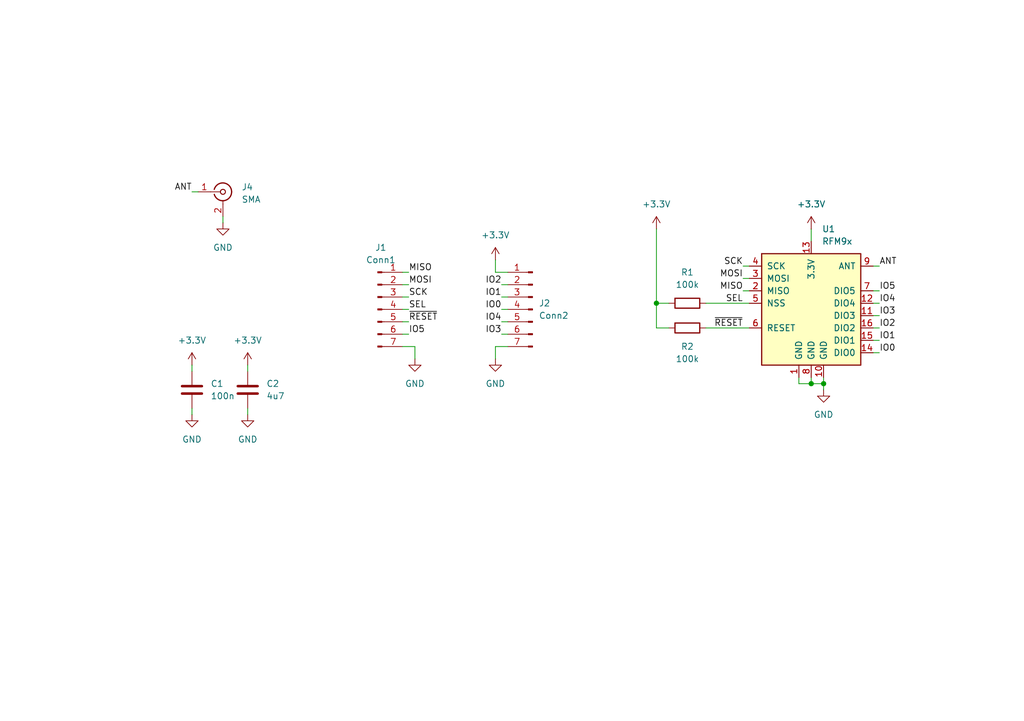
<source format=kicad_sch>
(kicad_sch (version 20231120) (generator "eeschema") (generator_version "8.0")
  (paper "A5")
  (title_block (title "RFM9x/SX127x LoRa Breakout Board") (date "2024-09-07") (rev "2") (company "Kai Bader") (comment 1 "License: CC BY 4.0"))
  (lib_symbols
    (symbol "Connector:Conn_01x07_Pin" (pin_names (offset 1.016) hide)
      (property "Reference" "J" (at 0 10.16 0))
      (property "Value" "Conn_01x07_Pin" (at 0 -10.16 0))
      (symbol "Conn_01x07_Pin_1_1"
        (polyline (pts (xy 1.27 -7.62) (xy 0.8636 -7.62)) (stroke (width 0.1524)))
        (polyline (pts (xy 1.27 -5.08) (xy 0.8636 -5.08)) (stroke (width 0.1524)))
        (polyline (pts (xy 1.27 -2.54) (xy 0.8636 -2.54)) (stroke (width 0.1524)))
        (polyline (pts (xy 1.27 0) (xy 0.8636 0)) (stroke (width 0.1524)))
        (polyline (pts (xy 1.27 2.54) (xy 0.8636 2.54)) (stroke (width 0.1524)))
        (polyline (pts (xy 1.27 5.08) (xy 0.8636 5.08)) (stroke (width 0.1524)))
        (polyline (pts (xy 1.27 7.62) (xy 0.8636 7.62)) (stroke (width 0.1524)))
        (rectangle (start 0.8636 -7.493) (end 0 -7.747) (stroke (width 0.1524)) (fill (type outline)))
        (rectangle (start 0.8636 -4.953) (end 0 -5.207) (stroke (width 0.1524)) (fill (type outline)))
        (rectangle (start 0.8636 -2.413) (end 0 -2.667) (stroke (width 0.1524)) (fill (type outline)))
        (rectangle (start 0.8636 0.127) (end 0 -0.127) (stroke (width 0.1524)) (fill (type outline)))
        (rectangle (start 0.8636 2.667) (end 0 2.413) (stroke (width 0.1524)) (fill (type outline)))
        (rectangle (start 0.8636 5.207) (end 0 4.953) (stroke (width 0.1524)) (fill (type outline)))
        (rectangle (start 0.8636 7.747) (end 0 7.493) (stroke (width 0.1524)) (fill (type outline)))
        (pin passive line (at 5.08 7.62 180) (length 3.81) (name "Pin_1") (number "1"))
        (pin passive line (at 5.08 5.08 180) (length 3.81) (name "Pin_2") (number "2"))
        (pin passive line (at 5.08 2.54 180) (length 3.81) (name "Pin_3") (number "3"))
        (pin passive line (at 5.08 0 180) (length 3.81) (name "Pin_4") (number "4"))
        (pin passive line (at 5.08 -2.54 180) (length 3.81) (name "Pin_5") (number "5"))
        (pin passive line (at 5.08 -5.08 180) (length 3.81) (name "Pin_6") (number "6"))
        (pin passive line (at 5.08 -7.62 180) (length 3.81) (name "Pin_7") (number "7"))
      )
    )
    (symbol "Connector:Conn_Coaxial" (pin_names (offset 1.016) hide)
      (property "Reference" "J" (at 0.254 3.048 0))
      (property "Value" "Conn_Coaxial" (at 2.921 0 90))
      (symbol "Conn_Coaxial_0_1"
        (arc (start -1.778 -0.508) (mid 0.2311 -1.8066) (end 1.778 0) (stroke (width 0.254)))
        (polyline (pts (xy -2.54 0) (xy -0.508 0)))
        (polyline (pts (xy 0 -2.54) (xy 0 -1.778)))
        (circle (center 0 0) (radius 0.508) (stroke (width 0.2032)))
        (arc (start 1.778 0) (mid 0.2099 1.8101) (end -1.778 0.508) (stroke (width 0.254)))
      )
      (symbol "Conn_Coaxial_1_1"
        (pin passive line (at -5.08 0 0) (length 2.54) (name "In") (number "1"))
        (pin passive line (at 0 -5.08 90) (length 2.54) (name "Ext") (number "2"))
      )
    )
    (symbol "Device:C" (pin_numbers hide) (pin_names (offset 0.254))
      (property "Reference" "C" (at 0.635 2.54 0))
      (property "Value" "C" (at 0.635 -2.54 0))
      (symbol "C_0_1"
        (polyline (pts (xy -2.032 -0.762) (xy 2.032 -0.762)) (stroke (width 0.508)))
        (polyline (pts (xy -2.032 0.762) (xy 2.032 0.762)) (stroke (width 0.508)))
      )
      (symbol "C_1_1"
        (pin passive line (at 0 3.81 270) (length 2.794) (name "~") (number "1"))
        (pin passive line (at 0 -3.81 90) (length 2.794) (name "~") (number "2"))
      )
    )
    (symbol "Device:R" (pin_numbers hide) (pin_names (offset 0))
      (property "Reference" "R" (at 2.032 0 90))
      (property "Value" "R" (at 0 0 90))
      (symbol "R_0_1"
        (rectangle (start -1.016 -2.54) (end 1.016 2.54) (stroke (width 0.254)))
      )
      (symbol "R_1_1"
        (pin passive line (at 0 3.81 270) (length 1.27) (name "~") (number "1"))
        (pin passive line (at 0 -3.81 90) (length 1.27) (name "~") (number "2"))
      )
    )
    (symbol "RF_Module:RFM95W-868S2" (pin_names (offset 1.016))
      (property "Reference" "U" (at -10.414 11.684 0))
      (property "Value" "RFM95W-868S2" (at 1.524 11.43 0))
      (symbol "RFM95W-868S2_0_1"
        (rectangle (start -10.16 10.16) (end 10.16 -12.7) (stroke (width 0.254)) (fill (type background)))
      )
      (symbol "RFM95W-868S2_1_1"
        (pin power_in line (at -2.54 -15.24 90) (length 2.54) (name "GND") (number "1"))
        (pin power_in line (at 2.54 -15.24 90) (length 2.54) (name "GND") (number "10"))
        (pin bidirectional line (at 12.7 -2.54 180) (length 2.54) (name "DIO3") (number "11"))
        (pin bidirectional line (at 12.7 0 180) (length 2.54) (name "DIO4") (number "12"))
        (pin power_in line (at 0 12.7 270) (length 2.54) (name "3.3V") (number "13"))
        (pin bidirectional line (at 12.7 -10.16 180) (length 2.54) (name "DIO0") (number "14"))
        (pin bidirectional line (at 12.7 -7.62 180) (length 2.54) (name "DIO1") (number "15"))
        (pin bidirectional line (at 12.7 -5.08 180) (length 2.54) (name "DIO2") (number "16"))
        (pin output line (at -12.7 2.54 0) (length 2.54) (name "MISO") (number "2"))
        (pin input line (at -12.7 5.08 0) (length 2.54) (name "MOSI") (number "3"))
        (pin input line (at -12.7 7.62 0) (length 2.54) (name "SCK") (number "4"))
        (pin input line (at -12.7 0 0) (length 2.54) (name "NSS") (number "5"))
        (pin bidirectional line (at -12.7 -5.08 0) (length 2.54) (name "RESET") (number "6"))
        (pin bidirectional line (at 12.7 2.54 180) (length 2.54) (name "DIO5") (number "7"))
        (pin power_in line (at 0 -15.24 90) (length 2.54) (name "GND") (number "8"))
        (pin bidirectional line (at 12.7 7.62 180) (length 2.54) (name "ANT") (number "9"))
      )
    )
    (symbol "power:+3.3V" (power) (pin_numbers hide) (pin_names (offset 0) hide)
      (property "Value" "+3.3V" (at 0 3.556 0))
      (symbol "+3.3V_0_1"
        (polyline (pts (xy -0.762 1.27) (xy 0 2.54)))
        (polyline (pts (xy 0 0) (xy 0 2.54)))
        (polyline (pts (xy 0 2.54) (xy 0.762 1.27)))
      )
      (symbol "+3.3V_1_1"
        (pin power_in line (at 0 0 90) (length 0) (name "~") (number "1"))
      )
    )
    (symbol "power:GND" (power) (pin_numbers hide) (pin_names (offset 0) hide)
      (property "Value" "GND" (at 0 -3.81 0))
      (symbol "GND_0_1"
        (polyline (pts (xy 0 0) (xy 0 -1.27) (xy 1.27 -1.27) (xy 0 -2.54) (xy -1.27 -1.27) (xy 0 -1.27)))
      )
      (symbol "GND_1_1"
        (pin power_in line (at 0 0 270) (length 0) (name "~") (number "1"))
      )
    )
  )
  (junction (at 166.37 78.74))
  (junction (at 134.62 62.23))
  (junction (at 168.91 78.74))
  (wire (pts (xy 179.07 64.77) (xy 180.34 64.77)))
  (wire (pts (xy 101.6 55.88) (xy 101.6 53.34)))
  (wire (pts (xy 82.55 63.5) (xy 83.82 63.5)))
  (wire (pts (xy 152.4 54.61) (xy 153.67 54.61)))
  (wire (pts (xy 39.37 83.82) (xy 39.37 85.09)))
  (wire (pts (xy 179.07 67.31) (xy 180.34 67.31)))
  (wire (pts (xy 134.62 62.23) (xy 137.16 62.23)))
  (wire (pts (xy 179.07 62.23) (xy 180.34 62.23)))
  (wire (pts (xy 45.72 44.45) (xy 45.72 45.72)))
  (wire (pts (xy 179.07 59.69) (xy 180.34 59.69)))
  (wire (pts (xy 134.62 62.23) (xy 134.62 46.99)))
  (wire (pts (xy 179.07 72.39) (xy 180.34 72.39)))
  (wire (pts (xy 144.78 62.23) (xy 153.67 62.23)))
  (wire (pts (xy 39.37 74.93) (xy 39.37 76.2)))
  (wire (pts (xy 166.37 77.47) (xy 166.37 78.74)))
  (wire (pts (xy 168.91 78.74) (xy 168.91 77.47)))
  (wire (pts (xy 102.87 66.04) (xy 104.14 66.04)))
  (wire (pts (xy 168.91 80.01) (xy 168.91 78.74)))
  (wire (pts (xy 82.55 58.42) (xy 83.82 58.42)))
  (wire (pts (xy 50.8 74.93) (xy 50.8 76.2)))
  (wire (pts (xy 137.16 67.31) (xy 134.62 67.31)))
  (wire (pts (xy 101.6 71.12) (xy 101.6 73.66)))
  (wire (pts (xy 179.07 54.61) (xy 180.34 54.61)))
  (wire (pts (xy 144.78 67.31) (xy 153.67 67.31)))
  (wire (pts (xy 102.87 58.42) (xy 104.14 58.42)))
  (wire (pts (xy 163.83 77.47) (xy 163.83 78.74)))
  (wire (pts (xy 104.14 71.12) (xy 101.6 71.12)))
  (wire (pts (xy 82.55 66.04) (xy 83.82 66.04)))
  (wire (pts (xy 102.87 68.58) (xy 104.14 68.58)))
  (wire (pts (xy 102.87 63.5) (xy 104.14 63.5)))
  (wire (pts (xy 152.4 59.69) (xy 153.67 59.69)))
  (wire (pts (xy 134.62 67.31) (xy 134.62 62.23)))
  (wire (pts (xy 179.07 69.85) (xy 180.34 69.85)))
  (wire (pts (xy 82.55 60.96) (xy 83.82 60.96)))
  (wire (pts (xy 104.14 55.88) (xy 101.6 55.88)))
  (wire (pts (xy 82.55 55.88) (xy 83.82 55.88)))
  (wire (pts (xy 82.55 71.12) (xy 85.09 71.12)))
  (wire (pts (xy 166.37 78.74) (xy 168.91 78.74)))
  (wire (pts (xy 39.37 39.37) (xy 40.64 39.37)))
  (wire (pts (xy 50.8 83.82) (xy 50.8 85.09)))
  (wire (pts (xy 102.87 60.96) (xy 104.14 60.96)))
  (wire (pts (xy 163.83 78.74) (xy 166.37 78.74)))
  (wire (pts (xy 82.55 68.58) (xy 83.82 68.58)))
  (wire (pts (xy 85.09 71.12) (xy 85.09 73.66)))
  (wire (pts (xy 152.4 57.15) (xy 153.67 57.15)))
  (wire (pts (xy 166.37 46.99) (xy 166.37 49.53)))
  (label "MISO" (at 152.4 59.69 180))
  (label "IO5" (at 180.34 59.69 0))
  (label "SCK" (at 83.82 60.96 0))
  (label "~{RESET}" (at 152.4 67.31 180))
  (label "IO4" (at 102.87 66.04 180))
  (label "IO1" (at 102.87 60.96 180))
  (label "ANT" (at 39.37 39.37 180))
  (label "IO5" (at 83.82 68.58 0))
  (label "SEL" (at 83.82 63.5 0))
  (label "~{RESET}" (at 83.82 66.04 0))
  (label "IO0" (at 180.34 72.39 0))
  (label "IO2" (at 102.87 58.42 180))
  (label "IO4" (at 180.34 62.23 0))
  (label "SEL" (at 152.4 62.23 180))
  (label "IO3" (at 102.87 68.58 180))
  (label "MOSI" (at 83.82 58.42 0))
  (label "IO1" (at 180.34 69.85 0))
  (label "SCK" (at 152.4 54.61 180))
  (label "ANT" (at 180.34 54.61 0))
  (label "IO3" (at 180.34 64.77 0))
  (label "MISO" (at 83.82 55.88 0))
  (label "MOSI" (at 152.4 57.15 180))
  (label "IO0" (at 102.87 63.5 180))
  (label "IO2" (at 180.34 67.31 0))
  (symbol (lib_id "Device:R") (at 140.97 67.31 90) (unit 1)
    (property "Reference" "R2" (at 140.97 71.12 90))
    (property "Value" "100k" (at 140.97 73.66 90))
    (property "Footprint" "Resistor_SMD:R_0603_1608Metric_Pad0.98x0.95mm_HandSolder" (effects (hide yes)))
    (property "Description" "Resistor" (effects (hide yes)))
  )
  (symbol (lib_id "power:GND") (at 101.6 73.66 0) (unit 1)
    (property "Reference" "#PWR0103" (effects (hide yes)))
    (property "Value" "GND" (at 101.6 78.74 0))
    (property "Description" "Power symbol creates a global label with name \"GND\" , ground" (effects (hide yes)))
  )
  (symbol (lib_id "Device:R") (at 140.97 62.23 90) (unit 1)
    (property "Reference" "R1" (at 140.97 55.88 90))
    (property "Value" "100k" (at 140.97 58.42 90))
    (property "Footprint" "Resistor_SMD:R_0603_1608Metric_Pad0.98x0.95mm_HandSolder" (effects (hide yes)))
    (property "Description" "Resistor" (effects (hide yes)))
  )
  (symbol (lib_id "power:GND") (at 85.09 73.66 0) (unit 1)
    (property "Reference" "#PWR0105" (effects (hide yes)))
    (property "Value" "GND" (at 85.09 78.74 0))
    (property "Description" "Power symbol creates a global label with name \"GND\" , ground" (effects (hide yes)))
  )
  (symbol (lib_id "power:+3.3V") (at 166.37 46.99 0) (unit 1)
    (property "Reference" "#PWR0101" (effects (hide yes)))
    (property "Value" "+3.3V" (at 166.37 41.91 0))
    (property "Description" "Power symbol creates a global label with name \"+3.3V\"" (effects (hide yes)))
  )
  (symbol (lib_id "power:GND") (at 168.91 80.01 0) (unit 1)
    (property "Reference" "#PWR0102" (effects (hide yes)))
    (property "Value" "GND" (at 168.91 85.09 0))
    (property "Description" "Power symbol creates a global label with name \"GND\" , ground" (effects (hide yes)))
  )
  (symbol (lib_id "power:GND") (at 50.8 85.09 0) (unit 1)
    (property "Reference" "#PWR0112" (effects (hide yes)))
    (property "Value" "GND" (at 50.8 90.17 0))
    (property "Description" "Power symbol creates a global label with name \"GND\" , ground" (effects (hide yes)))
  )
  (symbol (lib_id "Device:C") (at 50.8 80.01 0) (unit 1)
    (property "Reference" "C2" (at 54.61 78.7399 0) (effects (justify left)))
    (property "Value" "4u7" (at 54.61 81.2799 0) (effects (justify left)))
    (property "Footprint" "Capacitor_SMD:C_0603_1608Metric_Pad1.08x0.95mm_HandSolder" (effects (hide yes)))
    (property "Description" "Unpolarized capacitor" (effects (hide yes)))
  )
  (symbol (lib_id "Device:C") (at 39.37 80.01 0) (unit 1)
    (property "Reference" "C1" (at 43.18 78.7399 0) (effects (justify left)))
    (property "Value" "100n" (at 43.18 81.2799 0) (effects (justify left)))
    (property "Footprint" "Capacitor_SMD:C_0603_1608Metric_Pad1.08x0.95mm_HandSolder" (effects (hide yes)))
    (property "Description" "Unpolarized capacitor" (effects (hide yes)))
  )
  (symbol (lib_id "power:+3.3V") (at 50.8 74.93 0) (unit 1)
    (property "Reference" "#PWR0110" (effects (hide yes)))
    (property "Value" "+3.3V" (at 50.8 69.85 0))
    (property "Description" "Power symbol creates a global label with name \"+3.3V\"" (effects (hide yes)))
  )
  (symbol (lib_id "power:+3.3V") (at 39.37 74.93 0) (unit 1)
    (property "Reference" "#PWR0109" (effects (hide yes)))
    (property "Value" "+3.3V" (at 39.37 69.85 0))
    (property "Description" "Power symbol creates a global label with name \"+3.3V\"" (effects (hide yes)))
  )
  (symbol (lib_id "RF_Module:RFM95W-868S2") (at 166.37 62.23 0) (unit 1)
    (property "Reference" "U1" (at 168.5641 46.99 0) (effects (justify left)))
    (property "Value" "RFM9x" (at 168.5641 49.53 0) (effects (justify left)))
    (property "Footprint" "RF_Module:HOPERF_RFM9XW_SMD" (effects (hide yes)))
    (property "Datasheet" "https://www.hoperf.com/data/upload/portal/20181127/5bfcbea20e9ef.pdf" (effects (hide yes)))
    (property "Description" "Low power long range transceiver module, SPI and parallel interface, 868 MHz, spreading factor 6 to12, bandwidth 7.8 to 500kHz, -111 to -148 dBm, SMD-16, DIP-16" (effects (hide yes)))
  )
  (symbol (lib_id "power:+3.3V") (at 101.6 53.34 0) (unit 1)
    (property "Reference" "#PWR0104" (effects (hide yes)))
    (property "Value" "+3.3V" (at 101.6 48.26 0))
    (property "Description" "Power symbol creates a global label with name \"+3.3V\"" (effects (hide yes)))
  )
  (symbol (lib_id "power:+3.3V") (at 134.62 46.99 0) (unit 1)
    (property "Reference" "#PWR0108" (effects (hide yes)))
    (property "Value" "+3.3V" (at 134.62 41.91 0))
    (property "Description" "Power symbol creates a global label with name \"+3.3V\"" (effects (hide yes)))
  )
  (symbol (lib_id "power:GND") (at 45.72 45.72 0) (unit 1)
    (property "Reference" "#PWR0107" (effects (hide yes)))
    (property "Value" "GND" (at 45.72 50.8 0))
    (property "Description" "Power symbol creates a global label with name \"GND\" , ground" (effects (hide yes)))
  )
  (symbol (lib_id "Connector:Conn_01x07_Pin") (at 109.22 63.5 0) (mirror y) (unit 1)
    (property "Reference" "J2" (at 110.49 62.2299 0) (effects (justify right)))
    (property "Value" "Conn2" (at 110.49 64.7699 0) (effects (justify right)))
    (property "Footprint" "Connector_PinHeader_2.54mm:PinHeader_1x07_P2.54mm_Vertical" (effects (hide yes)))
    (property "Description" "Generic connector, single row, 01x07, script generated" (effects (hide yes)))
  )
  (symbol (lib_id "Connector:Conn_Coaxial") (at 45.72 39.37 0) (unit 1)
    (property "Reference" "J4" (at 49.53 38.3931 0) (effects (justify left)))
    (property "Value" "SMA" (at 49.53 40.9331 0) (effects (justify left)))
    (property "Footprint" "Connector_Coaxial:SMA_Samtec_SMA-J-P-H-ST-EM1_EdgeMount" (effects (hide yes)))
    (property "Description" "coaxial connector (BNC, SMA, SMB, SMC, Cinch/RCA, LEMO, ...)" (effects (hide yes)))
  )
  (symbol (lib_id "Connector:Conn_01x07_Pin") (at 77.47 63.5 0) (unit 1)
    (property "Reference" "J1" (at 78.105 50.8 0))
    (property "Value" "Conn1" (at 78.105 53.34 0))
    (property "Footprint" "Connector_PinHeader_2.54mm:PinHeader_1x07_P2.54mm_Vertical" (effects (hide yes)))
    (property "Description" "Generic connector, single row, 01x07, script generated" (effects (hide yes)))
  )
  (symbol (lib_id "power:GND") (at 39.37 85.09 0) (unit 1)
    (property "Reference" "#PWR0111" (effects (hide yes)))
    (property "Value" "GND" (at 39.37 90.17 0))
    (property "Description" "Power symbol creates a global label with name \"GND\" , ground" (effects (hide yes)))
  )
)
</source>
